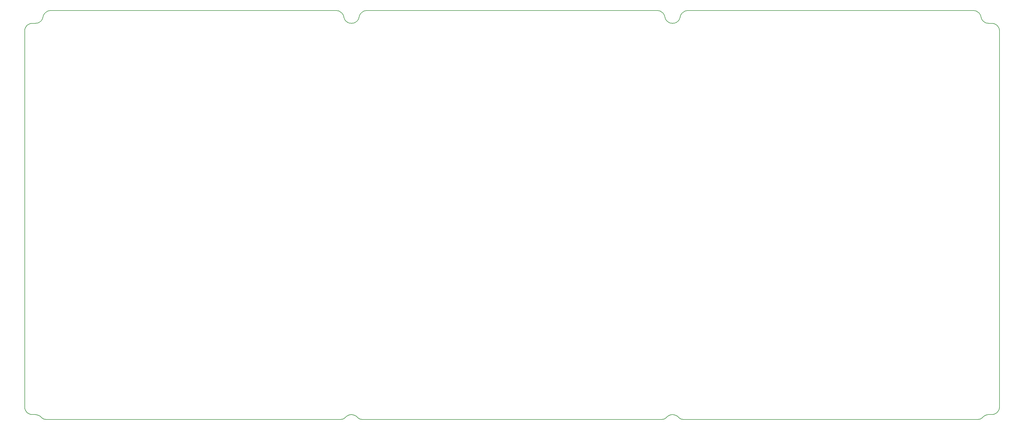
<source format=gbr>
%TF.GenerationSoftware,KiCad,Pcbnew,(5.1.7)-1*%
%TF.CreationDate,2021-02-21T21:30:35+01:00*%
%TF.ProjectId,kbic65,6b626963-3635-42e6-9b69-6361645f7063,rev?*%
%TF.SameCoordinates,Original*%
%TF.FileFunction,Profile,NP*%
%FSLAX46Y46*%
G04 Gerber Fmt 4.6, Leading zero omitted, Abs format (unit mm)*
G04 Created by KiCad (PCBNEW (5.1.7)-1) date 2021-02-21 21:30:35*
%MOMM*%
%LPD*%
G01*
G04 APERTURE LIST*
%TA.AperFunction,Profile*%
%ADD10C,0.200000*%
%TD*%
G04 APERTURE END LIST*
D10*
X49085386Y-165775001D02*
X49085386Y-165775001D01*
X46585405Y-163275001D02*
X46585399Y-42306250D01*
X46585393Y-163275001D02*
X46598298Y-163530611D01*
X46598298Y-163530611D02*
X46636181Y-163778838D01*
X46636181Y-163778838D02*
X46697784Y-164018424D01*
X46697784Y-164018424D02*
X46781851Y-164248113D01*
X46781851Y-164248113D02*
X46887124Y-164466649D01*
X46887124Y-164466649D02*
X47012348Y-164672774D01*
X47012348Y-164672774D02*
X47156265Y-164865233D01*
X47156265Y-164865233D02*
X47317620Y-165042768D01*
X47317620Y-165042768D02*
X47495154Y-165204122D01*
X47495154Y-165204122D02*
X47687612Y-165348040D01*
X47687612Y-165348040D02*
X47893738Y-165473264D01*
X47893738Y-165473264D02*
X48112273Y-165578538D01*
X48112273Y-165578538D02*
X48341962Y-165662605D01*
X48341962Y-165662605D02*
X48581549Y-165724209D01*
X48581549Y-165724209D02*
X48829775Y-165762093D01*
X48829775Y-165762093D02*
X49085386Y-165775001D01*
X50006250Y-39806250D02*
X49085394Y-39806250D01*
X49085394Y-39806250D02*
X48829780Y-39819157D01*
X48829780Y-39819157D02*
X48581552Y-39857041D01*
X48581552Y-39857041D02*
X48341964Y-39918645D01*
X48341964Y-39918645D02*
X48112275Y-40002712D01*
X48112275Y-40002712D02*
X47893739Y-40107986D01*
X47893739Y-40107986D02*
X47687614Y-40233210D01*
X47687614Y-40233210D02*
X47495157Y-40377128D01*
X47495157Y-40377128D02*
X47317623Y-40538483D01*
X47317623Y-40538483D02*
X47156270Y-40716017D01*
X47156270Y-40716017D02*
X47012353Y-40908476D01*
X47012353Y-40908476D02*
X46887131Y-41114601D01*
X46887131Y-41114601D02*
X46781858Y-41333137D01*
X46781858Y-41333137D02*
X46697792Y-41562826D01*
X46697792Y-41562826D02*
X46636189Y-41802412D01*
X46636189Y-41802412D02*
X46598305Y-42050639D01*
X46598305Y-42050639D02*
X46585399Y-42306250D01*
X146691480Y-35718750D02*
X54921335Y-35718750D01*
X52451026Y-37831762D02*
X52402374Y-38040958D01*
X52402374Y-38040958D02*
X52335309Y-38242437D01*
X52335309Y-38242437D02*
X52250801Y-38435401D01*
X52250801Y-38435401D02*
X52149821Y-38619052D01*
X52149821Y-38619052D02*
X52033337Y-38792594D01*
X52033337Y-38792594D02*
X51902321Y-38955228D01*
X51902321Y-38955228D02*
X51757741Y-39106158D01*
X51757741Y-39106158D02*
X51600569Y-39244585D01*
X51600569Y-39244585D02*
X51431774Y-39369713D01*
X51431774Y-39369713D02*
X51252326Y-39480745D01*
X51252326Y-39480745D02*
X51063195Y-39576882D01*
X51063195Y-39576882D02*
X50865352Y-39657328D01*
X50865352Y-39657328D02*
X50659765Y-39721285D01*
X50659765Y-39721285D02*
X50447406Y-39767956D01*
X50447406Y-39767956D02*
X50229244Y-39796543D01*
X50229244Y-39796543D02*
X50006250Y-39806250D01*
X54921335Y-35718750D02*
X54690149Y-35729391D01*
X54690149Y-35729391D02*
X54465537Y-35760680D01*
X54465537Y-35760680D02*
X54248283Y-35811660D01*
X54248283Y-35811660D02*
X54039175Y-35881377D01*
X54039175Y-35881377D02*
X53838996Y-35968876D01*
X53838996Y-35968876D02*
X53648532Y-36073200D01*
X53648532Y-36073200D02*
X53468569Y-36193396D01*
X53468569Y-36193396D02*
X53299892Y-36328508D01*
X53299892Y-36328508D02*
X53143287Y-36477581D01*
X53143287Y-36477581D02*
X52999538Y-36639659D01*
X52999538Y-36639659D02*
X52869432Y-36813788D01*
X52869432Y-36813788D02*
X52753754Y-36999012D01*
X52753754Y-36999012D02*
X52653288Y-37194377D01*
X52653288Y-37194377D02*
X52568822Y-37398927D01*
X52568822Y-37398927D02*
X52501139Y-37611707D01*
X52501139Y-37611707D02*
X52451026Y-37831762D01*
X249878980Y-35718750D02*
X156521020Y-35718750D01*
X149161484Y-37831762D02*
X149111369Y-37611707D01*
X149111369Y-37611707D02*
X149043685Y-37398927D01*
X149043685Y-37398927D02*
X148959218Y-37194377D01*
X148959218Y-37194377D02*
X148858754Y-36999012D01*
X148858754Y-36999012D02*
X148743079Y-36813788D01*
X148743079Y-36813788D02*
X148612978Y-36639659D01*
X148612978Y-36639659D02*
X148469238Y-36477581D01*
X148469238Y-36477581D02*
X148312644Y-36328508D01*
X148312644Y-36328508D02*
X148143982Y-36193396D01*
X148143982Y-36193396D02*
X147964039Y-36073200D01*
X147964039Y-36073200D02*
X147773601Y-35968876D01*
X147773601Y-35968876D02*
X147573452Y-35881377D01*
X147573452Y-35881377D02*
X147364380Y-35811660D01*
X147364380Y-35811660D02*
X147147170Y-35760680D01*
X147147170Y-35760680D02*
X146922608Y-35729391D01*
X146922608Y-35729391D02*
X146691480Y-35718750D01*
X151606250Y-39806250D02*
X151383255Y-39796543D01*
X151383255Y-39796543D02*
X151165093Y-39767956D01*
X151165093Y-39767956D02*
X150952734Y-39721285D01*
X150952734Y-39721285D02*
X150747148Y-39657328D01*
X150747148Y-39657328D02*
X150549305Y-39576882D01*
X150549305Y-39576882D02*
X150360175Y-39480745D01*
X150360175Y-39480745D02*
X150180728Y-39369713D01*
X150180728Y-39369713D02*
X150011934Y-39244585D01*
X150011934Y-39244585D02*
X149854763Y-39106158D01*
X149854763Y-39106158D02*
X149710185Y-38955228D01*
X149710185Y-38955228D02*
X149579169Y-38792594D01*
X149579169Y-38792594D02*
X149462687Y-38619052D01*
X149462687Y-38619052D02*
X149361707Y-38435401D01*
X149361707Y-38435401D02*
X149277200Y-38242437D01*
X149277200Y-38242437D02*
X149210135Y-38040958D01*
X149210135Y-38040958D02*
X149161484Y-37831762D01*
X154051016Y-37831762D02*
X154002364Y-38040958D01*
X154002364Y-38040958D02*
X153935299Y-38242437D01*
X153935299Y-38242437D02*
X153850792Y-38435401D01*
X153850792Y-38435401D02*
X153749812Y-38619052D01*
X153749812Y-38619052D02*
X153633330Y-38792594D01*
X153633330Y-38792594D02*
X153502314Y-38955228D01*
X153502314Y-38955228D02*
X153357736Y-39106158D01*
X153357736Y-39106158D02*
X153200565Y-39244585D01*
X153200565Y-39244585D02*
X153031771Y-39369713D01*
X153031771Y-39369713D02*
X152852324Y-39480745D01*
X152852324Y-39480745D02*
X152663194Y-39576882D01*
X152663194Y-39576882D02*
X152465351Y-39657328D01*
X152465351Y-39657328D02*
X152259765Y-39721285D01*
X152259765Y-39721285D02*
X152047406Y-39767956D01*
X152047406Y-39767956D02*
X151829244Y-39796543D01*
X151829244Y-39796543D02*
X151606250Y-39806250D01*
X156521020Y-35718750D02*
X156289891Y-35729391D01*
X156289891Y-35729391D02*
X156065329Y-35760680D01*
X156065329Y-35760680D02*
X155848119Y-35811660D01*
X155848119Y-35811660D02*
X155639047Y-35881377D01*
X155639047Y-35881377D02*
X155438898Y-35968876D01*
X155438898Y-35968876D02*
X155248460Y-36073200D01*
X155248460Y-36073200D02*
X155068517Y-36193396D01*
X155068517Y-36193396D02*
X154899855Y-36328508D01*
X154899855Y-36328508D02*
X154743261Y-36477581D01*
X154743261Y-36477581D02*
X154599521Y-36639659D01*
X154599521Y-36639659D02*
X154469420Y-36813788D01*
X154469420Y-36813788D02*
X154353745Y-36999012D01*
X154353745Y-36999012D02*
X154253281Y-37194377D01*
X154253281Y-37194377D02*
X154168814Y-37398927D01*
X154168814Y-37398927D02*
X154101130Y-37611707D01*
X154101130Y-37611707D02*
X154051016Y-37831762D01*
X351478189Y-35718750D02*
X259708520Y-35718750D01*
X252348984Y-37831762D02*
X252298869Y-37611707D01*
X252298869Y-37611707D02*
X252231185Y-37398927D01*
X252231185Y-37398927D02*
X252146718Y-37194377D01*
X252146718Y-37194377D02*
X252046254Y-36999012D01*
X252046254Y-36999012D02*
X251930579Y-36813788D01*
X251930579Y-36813788D02*
X251800478Y-36639659D01*
X251800478Y-36639659D02*
X251656738Y-36477581D01*
X251656738Y-36477581D02*
X251500144Y-36328508D01*
X251500144Y-36328508D02*
X251331482Y-36193396D01*
X251331482Y-36193396D02*
X251151539Y-36073200D01*
X251151539Y-36073200D02*
X250961101Y-35968876D01*
X250961101Y-35968876D02*
X250760952Y-35881377D01*
X250760952Y-35881377D02*
X250551880Y-35811660D01*
X250551880Y-35811660D02*
X250334670Y-35760680D01*
X250334670Y-35760680D02*
X250110108Y-35729391D01*
X250110108Y-35729391D02*
X249878980Y-35718750D01*
X254793750Y-39806250D02*
X254570755Y-39796543D01*
X254570755Y-39796543D02*
X254352593Y-39767956D01*
X254352593Y-39767956D02*
X254140234Y-39721285D01*
X254140234Y-39721285D02*
X253934648Y-39657328D01*
X253934648Y-39657328D02*
X253736805Y-39576882D01*
X253736805Y-39576882D02*
X253547675Y-39480745D01*
X253547675Y-39480745D02*
X253368228Y-39369713D01*
X253368228Y-39369713D02*
X253199434Y-39244585D01*
X253199434Y-39244585D02*
X253042263Y-39106158D01*
X253042263Y-39106158D02*
X252897685Y-38955228D01*
X252897685Y-38955228D02*
X252766669Y-38792594D01*
X252766669Y-38792594D02*
X252650187Y-38619052D01*
X252650187Y-38619052D02*
X252549207Y-38435401D01*
X252549207Y-38435401D02*
X252464700Y-38242437D01*
X252464700Y-38242437D02*
X252397635Y-38040958D01*
X252397635Y-38040958D02*
X252348984Y-37831762D01*
X257238516Y-37831762D02*
X257189864Y-38040958D01*
X257189864Y-38040958D02*
X257122799Y-38242437D01*
X257122799Y-38242437D02*
X257038292Y-38435401D01*
X257038292Y-38435401D02*
X256937312Y-38619052D01*
X256937312Y-38619052D02*
X256820830Y-38792594D01*
X256820830Y-38792594D02*
X256689814Y-38955228D01*
X256689814Y-38955228D02*
X256545236Y-39106158D01*
X256545236Y-39106158D02*
X256388065Y-39244585D01*
X256388065Y-39244585D02*
X256219271Y-39369713D01*
X256219271Y-39369713D02*
X256039824Y-39480745D01*
X256039824Y-39480745D02*
X255850694Y-39576882D01*
X255850694Y-39576882D02*
X255652851Y-39657328D01*
X255652851Y-39657328D02*
X255447265Y-39721285D01*
X255447265Y-39721285D02*
X255234906Y-39767956D01*
X255234906Y-39767956D02*
X255016744Y-39796543D01*
X255016744Y-39796543D02*
X254793750Y-39806250D01*
X259708520Y-35718750D02*
X259477391Y-35729391D01*
X259477391Y-35729391D02*
X259252829Y-35760680D01*
X259252829Y-35760680D02*
X259035619Y-35811660D01*
X259035619Y-35811660D02*
X258826547Y-35881377D01*
X258826547Y-35881377D02*
X258626398Y-35968876D01*
X258626398Y-35968876D02*
X258435960Y-36073200D01*
X258435960Y-36073200D02*
X258256017Y-36193396D01*
X258256017Y-36193396D02*
X258087355Y-36328508D01*
X258087355Y-36328508D02*
X257930761Y-36477581D01*
X257930761Y-36477581D02*
X257787021Y-36639659D01*
X257787021Y-36639659D02*
X257656920Y-36813788D01*
X257656920Y-36813788D02*
X257541245Y-36999012D01*
X257541245Y-36999012D02*
X257440781Y-37194377D01*
X257440781Y-37194377D02*
X257356314Y-37398927D01*
X257356314Y-37398927D02*
X257288630Y-37611707D01*
X257288630Y-37611707D02*
X257238516Y-37831762D01*
X357360379Y-39806250D02*
X356393274Y-39806250D01*
X353948497Y-37831762D02*
X353898383Y-37611707D01*
X353898383Y-37611707D02*
X353830701Y-37398927D01*
X353830701Y-37398927D02*
X353746234Y-37194377D01*
X353746234Y-37194377D02*
X353645769Y-36999012D01*
X353645769Y-36999012D02*
X353530091Y-36813788D01*
X353530091Y-36813788D02*
X353399985Y-36639659D01*
X353399985Y-36639659D02*
X353256236Y-36477581D01*
X353256236Y-36477581D02*
X353099631Y-36328508D01*
X353099631Y-36328508D02*
X352930954Y-36193396D01*
X352930954Y-36193396D02*
X352750991Y-36073200D01*
X352750991Y-36073200D02*
X352560527Y-35968876D01*
X352560527Y-35968876D02*
X352360348Y-35881377D01*
X352360348Y-35881377D02*
X352151240Y-35811660D01*
X352151240Y-35811660D02*
X351933986Y-35760680D01*
X351933986Y-35760680D02*
X351709374Y-35729391D01*
X351709374Y-35729391D02*
X351478189Y-35718750D01*
X356393274Y-39806250D02*
X356170279Y-39796543D01*
X356170279Y-39796543D02*
X355952118Y-39767956D01*
X355952118Y-39767956D02*
X355739760Y-39721285D01*
X355739760Y-39721285D02*
X355534175Y-39657328D01*
X355534175Y-39657328D02*
X355336333Y-39576882D01*
X355336333Y-39576882D02*
X355147204Y-39480745D01*
X355147204Y-39480745D02*
X354967757Y-39369713D01*
X354967757Y-39369713D02*
X354798963Y-39244585D01*
X354798963Y-39244585D02*
X354641792Y-39106158D01*
X354641792Y-39106158D02*
X354497213Y-38955228D01*
X354497213Y-38955228D02*
X354366197Y-38792594D01*
X354366197Y-38792594D02*
X354249713Y-38619052D01*
X354249713Y-38619052D02*
X354148731Y-38435401D01*
X354148731Y-38435401D02*
X354064221Y-38242437D01*
X354064221Y-38242437D02*
X353997153Y-38040958D01*
X353997153Y-38040958D02*
X353948497Y-37831762D01*
X359860374Y-163275001D02*
X359860374Y-42302224D01*
X359860374Y-42302224D02*
X359847467Y-42047322D01*
X359847467Y-42047322D02*
X359809583Y-41799715D01*
X359809583Y-41799715D02*
X359747980Y-41560666D01*
X359747980Y-41560666D02*
X359663914Y-41331438D01*
X359663914Y-41331438D02*
X359558641Y-41113293D01*
X359558641Y-41113293D02*
X359433419Y-40907493D01*
X359433419Y-40907493D02*
X359289502Y-40715301D01*
X359289502Y-40715301D02*
X359128149Y-40537979D01*
X359128149Y-40537979D02*
X358950615Y-40376791D01*
X358950615Y-40376791D02*
X358758158Y-40232998D01*
X358758158Y-40232998D02*
X358552033Y-40107863D01*
X358552033Y-40107863D02*
X358333497Y-40002649D01*
X358333497Y-40002649D02*
X358103808Y-39918618D01*
X358103808Y-39918618D02*
X357864220Y-39857033D01*
X357864220Y-39857033D02*
X357615992Y-39819156D01*
X357615992Y-39819156D02*
X357360379Y-39806250D01*
X356392612Y-165775001D02*
X357360379Y-165775001D01*
X357360379Y-165775001D02*
X357615987Y-165762093D01*
X357615987Y-165762093D02*
X357864212Y-165724209D01*
X357864212Y-165724209D02*
X358103798Y-165662605D01*
X358103798Y-165662605D02*
X358333486Y-165578538D01*
X358333486Y-165578538D02*
X358552021Y-165473264D01*
X358552021Y-165473264D02*
X358758146Y-165348040D01*
X358758146Y-165348040D02*
X358950604Y-165204122D01*
X358950604Y-165204122D02*
X359128139Y-165042768D01*
X359128139Y-165042768D02*
X359289494Y-164865233D01*
X359289494Y-164865233D02*
X359433411Y-164672774D01*
X359433411Y-164672774D02*
X359558636Y-164466649D01*
X359558636Y-164466649D02*
X359663910Y-164248113D01*
X359663910Y-164248113D02*
X359747978Y-164018424D01*
X359747978Y-164018424D02*
X359809582Y-163778838D01*
X359809582Y-163778838D02*
X359847466Y-163530611D01*
X359847466Y-163530611D02*
X359860374Y-163275001D01*
X258421695Y-167337504D02*
X352764672Y-167337504D01*
X354526136Y-166611640D02*
X354711684Y-166432170D01*
X354711684Y-166432170D02*
X354912952Y-166270028D01*
X354912952Y-166270028D02*
X355128902Y-166127248D01*
X355128902Y-166127248D02*
X355358498Y-166005865D01*
X355358498Y-166005865D02*
X355600703Y-165907914D01*
X355600703Y-165907914D02*
X355854482Y-165835430D01*
X355854482Y-165835430D02*
X356051787Y-165799003D01*
X356051787Y-165799003D02*
X356254581Y-165778905D01*
X356254581Y-165778905D02*
X356392612Y-165775001D01*
X352764672Y-167337504D02*
X353019644Y-167325295D01*
X353019644Y-167325295D02*
X353268158Y-167289164D01*
X353268158Y-167289164D02*
X353508473Y-167229855D01*
X353508473Y-167229855D02*
X353738848Y-167148110D01*
X353738848Y-167148110D02*
X353957542Y-167044673D01*
X353957542Y-167044673D02*
X354162815Y-166920287D01*
X354162815Y-166920287D02*
X354352927Y-166775695D01*
X354352927Y-166775695D02*
X354526136Y-166611640D01*
X155234196Y-167337504D02*
X251165805Y-167337504D01*
X256660237Y-166611640D02*
X256833444Y-166775695D01*
X256833444Y-166775695D02*
X257023553Y-166920287D01*
X257023553Y-166920287D02*
X257228823Y-167044673D01*
X257228823Y-167044673D02*
X257447515Y-167148110D01*
X257447515Y-167148110D02*
X257677888Y-167229855D01*
X257677888Y-167229855D02*
X257918202Y-167289164D01*
X257918202Y-167289164D02*
X258166718Y-167325295D01*
X258166718Y-167325295D02*
X258421695Y-167337504D01*
X254793750Y-165775001D02*
X254999960Y-165783737D01*
X254999960Y-165783737D02*
X255200974Y-165809373D01*
X255200974Y-165809373D02*
X255460152Y-165868361D01*
X255460152Y-165868361D02*
X255708275Y-165953833D01*
X255708275Y-165953833D02*
X255944308Y-166063755D01*
X255944308Y-166063755D02*
X256167213Y-166196090D01*
X256167213Y-166196090D02*
X256375953Y-166348806D01*
X256375953Y-166348806D02*
X256569492Y-166519866D01*
X256569492Y-166519866D02*
X256660237Y-166611640D01*
X252927263Y-166611640D02*
X253112812Y-166432170D01*
X253112812Y-166432170D02*
X253314081Y-166270028D01*
X253314081Y-166270028D02*
X253530033Y-166127248D01*
X253530033Y-166127248D02*
X253759631Y-166005865D01*
X253759631Y-166005865D02*
X254001839Y-165907914D01*
X254001839Y-165907914D02*
X254255619Y-165835430D01*
X254255619Y-165835430D02*
X254452925Y-165799003D01*
X254452925Y-165799003D02*
X254655720Y-165778905D01*
X254655720Y-165778905D02*
X254793750Y-165775001D01*
X251165805Y-167337504D02*
X251420781Y-167325295D01*
X251420781Y-167325295D02*
X251669297Y-167289164D01*
X251669297Y-167289164D02*
X251909611Y-167229855D01*
X251909611Y-167229855D02*
X252139984Y-167148110D01*
X252139984Y-167148110D02*
X252358676Y-167044673D01*
X252358676Y-167044673D02*
X252563946Y-166920287D01*
X252563946Y-166920287D02*
X252754055Y-166775695D01*
X252754055Y-166775695D02*
X252927263Y-166611640D01*
X53634197Y-167337504D02*
X147978304Y-167337504D01*
X153472737Y-166611640D02*
X153645944Y-166775695D01*
X153645944Y-166775695D02*
X153836053Y-166920287D01*
X153836053Y-166920287D02*
X154041323Y-167044673D01*
X154041323Y-167044673D02*
X154260015Y-167148110D01*
X154260015Y-167148110D02*
X154490388Y-167229855D01*
X154490388Y-167229855D02*
X154730703Y-167289164D01*
X154730703Y-167289164D02*
X154979218Y-167325295D01*
X154979218Y-167325295D02*
X155234196Y-167337504D01*
X151606250Y-165775001D02*
X151812460Y-165783737D01*
X151812460Y-165783737D02*
X152013474Y-165809373D01*
X152013474Y-165809373D02*
X152272652Y-165868361D01*
X152272652Y-165868361D02*
X152520775Y-165953833D01*
X152520775Y-165953833D02*
X152756808Y-166063755D01*
X152756808Y-166063755D02*
X152979713Y-166196090D01*
X152979713Y-166196090D02*
X153188453Y-166348806D01*
X153188453Y-166348806D02*
X153381992Y-166519866D01*
X153381992Y-166519866D02*
X153472737Y-166611640D01*
X149739763Y-166611640D02*
X149925312Y-166432170D01*
X149925312Y-166432170D02*
X150126581Y-166270028D01*
X150126581Y-166270028D02*
X150342533Y-166127248D01*
X150342533Y-166127248D02*
X150572131Y-166005865D01*
X150572131Y-166005865D02*
X150814339Y-165907914D01*
X150814339Y-165907914D02*
X151068119Y-165835430D01*
X151068119Y-165835430D02*
X151265425Y-165799003D01*
X151265425Y-165799003D02*
X151468220Y-165778905D01*
X151468220Y-165778905D02*
X151606250Y-165775001D01*
X147978304Y-167337504D02*
X148233281Y-167325295D01*
X148233281Y-167325295D02*
X148481796Y-167289164D01*
X148481796Y-167289164D02*
X148722111Y-167229855D01*
X148722111Y-167229855D02*
X148952484Y-167148110D01*
X148952484Y-167148110D02*
X149171176Y-167044673D01*
X149171176Y-167044673D02*
X149376446Y-166920287D01*
X149376446Y-166920287D02*
X149566555Y-166775695D01*
X149566555Y-166775695D02*
X149739763Y-166611640D01*
X49085386Y-165775001D02*
X50006250Y-165775001D01*
X51872736Y-166611640D02*
X52045943Y-166775695D01*
X52045943Y-166775695D02*
X52236053Y-166920287D01*
X52236053Y-166920287D02*
X52441323Y-167044673D01*
X52441323Y-167044673D02*
X52660015Y-167148110D01*
X52660015Y-167148110D02*
X52890388Y-167229855D01*
X52890388Y-167229855D02*
X53130703Y-167289164D01*
X53130703Y-167289164D02*
X53379219Y-167325295D01*
X53379219Y-167325295D02*
X53634197Y-167337504D01*
X50006250Y-165775001D02*
X50212461Y-165783737D01*
X50212461Y-165783737D02*
X50413474Y-165809373D01*
X50413474Y-165809373D02*
X50672652Y-165868361D01*
X50672652Y-165868361D02*
X50920775Y-165953833D01*
X50920775Y-165953833D02*
X51156808Y-166063755D01*
X51156808Y-166063755D02*
X51379712Y-166196090D01*
X51379712Y-166196090D02*
X51588452Y-166348806D01*
X51588452Y-166348806D02*
X51781991Y-166519866D01*
X51781991Y-166519866D02*
X51872736Y-166611640D01*
M02*

</source>
